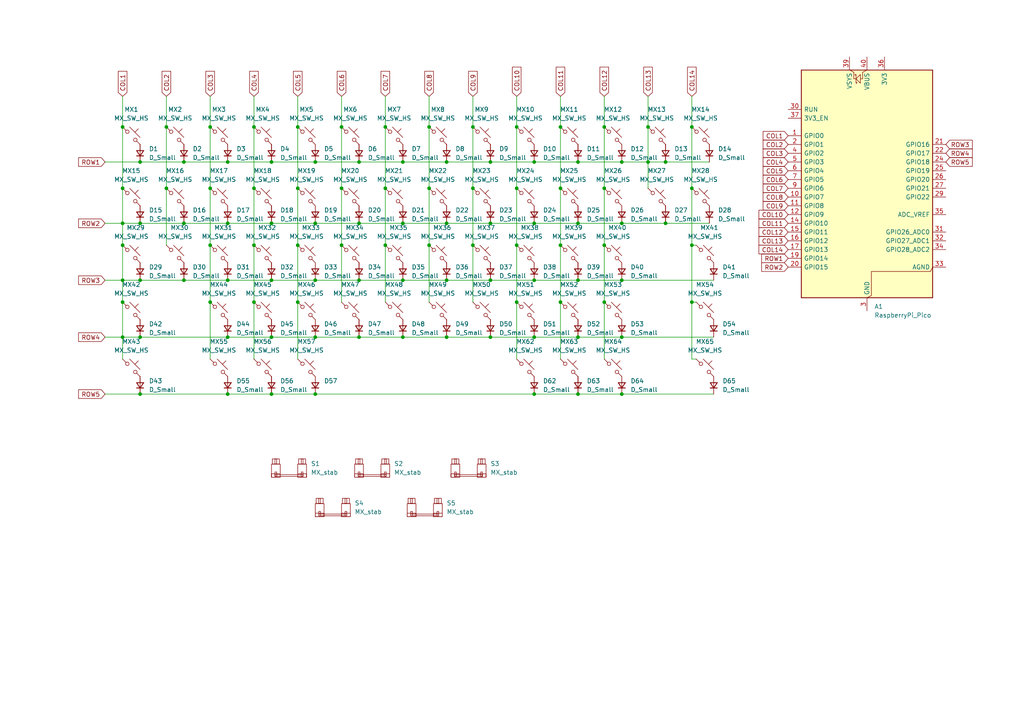
<source format=kicad_sch>
(kicad_sch (version 20250114) (generator "eeschema") (generator_version "9.0")
  (paper "A4")
  (junction (at 60.96 87.63))
  (junction (at 167.64 64.77))
  (junction (at 111.76 54.61))
  (junction (at 116.84 97.79))
  (junction (at 193.04 46.99))
  (junction (at 104.14 97.79))
  (junction (at 53.34 81.28))
  (junction (at 129.54 97.79))
  (junction (at 40.64 114.3))
  (junction (at 200.66 54.61))
  (junction (at 200.66 36.83))
  (junction (at 142.24 97.79))
  (junction (at 86.36 36.83))
  (junction (at 91.44 81.28))
  (junction (at 129.54 46.99))
  (junction (at 149.86 36.83))
  (junction (at 116.84 64.77))
  (junction (at 116.84 46.99))
  (junction (at 78.74 81.28))
  (junction (at 154.94 114.3))
  (junction (at 129.54 81.28))
  (junction (at 154.94 64.77))
  (junction (at 40.64 97.79))
  (junction (at 66.04 81.28))
  (junction (at 154.94 97.79))
  (junction (at 142.24 64.77))
  (junction (at 78.74 114.3))
  (junction (at 60.96 71.12))
  (junction (at 40.64 64.77))
  (junction (at 104.14 46.99))
  (junction (at 73.66 87.63))
  (junction (at 124.46 36.83))
  (junction (at 66.04 64.77))
  (junction (at 167.64 81.28))
  (junction (at 35.56 81.28))
  (junction (at 35.56 54.61))
  (junction (at 193.04 64.77))
  (junction (at 187.96 36.83))
  (junction (at 162.56 36.83))
  (junction (at 180.34 64.77))
  (junction (at 91.44 97.79))
  (junction (at 35.56 97.79))
  (junction (at 149.86 54.61))
  (junction (at 111.76 36.83))
  (junction (at 40.64 46.99))
  (junction (at 142.24 81.28))
  (junction (at 149.86 87.63))
  (junction (at 187.96 46.99))
  (junction (at 86.36 54.61))
  (junction (at 66.04 114.3))
  (junction (at 154.94 46.99))
  (junction (at 111.76 71.12))
  (junction (at 60.96 36.83))
  (junction (at 66.04 97.79))
  (junction (at 104.14 64.77))
  (junction (at 53.34 64.77))
  (junction (at 175.26 71.12))
  (junction (at 91.44 64.77))
  (junction (at 180.34 81.28))
  (junction (at 137.16 36.83))
  (junction (at 137.16 54.61))
  (junction (at 104.14 81.28))
  (junction (at 86.36 71.12))
  (junction (at 200.66 87.63))
  (junction (at 99.06 71.12))
  (junction (at 175.26 36.83))
  (junction (at 167.64 114.3))
  (junction (at 116.84 81.28))
  (junction (at 167.64 97.79))
  (junction (at 35.56 71.12))
  (junction (at 78.74 64.77))
  (junction (at 99.06 54.61))
  (junction (at 180.34 114.3))
  (junction (at 91.44 114.3))
  (junction (at 60.96 54.61))
  (junction (at 66.04 46.99))
  (junction (at 180.34 46.99))
  (junction (at 91.44 46.99))
  (junction (at 48.26 36.83))
  (junction (at 86.36 87.63))
  (junction (at 175.26 54.61))
  (junction (at 53.34 46.99))
  (junction (at 180.34 97.79))
  (junction (at 35.56 64.77))
  (junction (at 137.16 71.12))
  (junction (at 124.46 54.61))
  (junction (at 149.86 71.12))
  (junction (at 167.64 46.99))
  (junction (at 99.06 36.83))
  (junction (at 124.46 71.12))
  (junction (at 73.66 54.61))
  (junction (at 35.56 87.63))
  (junction (at 162.56 87.63))
  (junction (at 129.54 64.77))
  (junction (at 162.56 71.12))
  (junction (at 48.26 54.61))
  (junction (at 73.66 36.83))
  (junction (at 154.94 81.28))
  (junction (at 142.24 46.99))
  (junction (at 73.66 71.12))
  (junction (at 175.26 87.63))
  (junction (at 35.56 36.83))
  (junction (at 162.56 54.61))
  (junction (at 200.66 71.12))
  (junction (at 78.74 46.99))
  (junction (at 78.74 97.79))
  (junction (at 40.64 81.28))
  (wire (pts (xy 175.26 54.61) (xy 175.26 71.12)))
  (wire (pts (xy 129.54 46.99) (xy 142.24 46.99)))
  (wire (pts (xy 180.34 114.3) (xy 207.01 114.3)))
  (wire (pts (xy 86.36 54.61) (xy 86.36 71.12)))
  (wire (pts (xy 187.96 46.99) (xy 187.96 36.83)))
  (wire (pts (xy 91.44 46.99) (xy 104.14 46.99)))
  (wire (pts (xy 35.56 54.61) (xy 35.56 64.77)))
  (wire (pts (xy 149.86 27.94) (xy 149.86 36.83)))
  (wire (pts (xy 180.34 97.79) (xy 207.01 97.79)))
  (wire (pts (xy 149.86 36.83) (xy 149.86 54.61)))
  (wire (pts (xy 99.06 27.94) (xy 99.06 36.83)))
  (wire (pts (xy 60.96 27.94) (xy 60.96 36.83)))
  (wire (pts (xy 60.96 87.63) (xy 60.96 104.14)))
  (wire (pts (xy 142.24 46.99) (xy 154.94 46.99)))
  (wire (pts (xy 35.56 87.63) (xy 35.56 97.79)))
  (wire (pts (xy 111.76 54.61) (xy 111.76 71.12)))
  (wire (pts (xy 167.64 114.3) (xy 180.34 114.3)))
  (wire (pts (xy 154.94 64.77) (xy 167.64 64.77)))
  (wire (pts (xy 35.56 27.94) (xy 35.56 36.83)))
  (wire (pts (xy 40.64 64.77) (xy 53.34 64.77)))
  (wire (pts (xy 91.44 81.28) (xy 104.14 81.28)))
  (wire (pts (xy 137.16 54.61) (xy 137.16 71.12)))
  (wire (pts (xy 142.24 81.28) (xy 154.94 81.28)))
  (wire (pts (xy 200.66 104.14) (xy 201.93 104.14)))
  (wire (pts (xy 104.14 81.28) (xy 116.84 81.28)))
  (wire (pts (xy 154.94 97.79) (xy 167.64 97.79)))
  (wire (pts (xy 60.96 71.12) (xy 60.96 87.63)))
  (wire (pts (xy 116.84 46.99) (xy 129.54 46.99)))
  (wire (pts (xy 78.74 81.28) (xy 91.44 81.28)))
  (wire (pts (xy 187.96 46.99) (xy 193.04 46.99)))
  (wire (pts (xy 149.86 71.12) (xy 149.86 87.63)))
  (wire (pts (xy 116.84 81.28) (xy 129.54 81.28)))
  (wire (pts (xy 78.74 46.99) (xy 91.44 46.99)))
  (wire (pts (xy 149.86 87.63) (xy 149.86 104.14)))
  (wire (pts (xy 124.46 36.83) (xy 124.46 54.61)))
  (wire (pts (xy 129.54 81.28) (xy 142.24 81.28)))
  (wire (pts (xy 104.14 97.79) (xy 116.84 97.79)))
  (wire (pts (xy 30.48 46.99) (xy 40.64 46.99)))
  (wire (pts (xy 104.14 46.99) (xy 116.84 46.99)))
  (wire (pts (xy 35.56 81.28) (xy 40.64 81.28)))
  (wire (pts (xy 154.94 46.99) (xy 167.64 46.99)))
  (wire (pts (xy 180.34 81.28) (xy 207.01 81.28)))
  (wire (pts (xy 30.48 114.3) (xy 40.64 114.3)))
  (wire (pts (xy 142.24 64.77) (xy 154.94 64.77)))
  (wire (pts (xy 30.48 81.28) (xy 35.56 81.28)))
  (wire (pts (xy 66.04 64.77) (xy 78.74 64.77)))
  (wire (pts (xy 129.54 97.79) (xy 142.24 97.79)))
  (wire (pts (xy 91.44 114.3) (xy 154.94 114.3)))
  (wire (pts (xy 167.64 64.77) (xy 180.34 64.77)))
  (wire (pts (xy 124.46 71.12) (xy 124.46 87.63)))
  (wire (pts (xy 99.06 36.83) (xy 99.06 54.61)))
  (wire (pts (xy 40.64 97.79) (xy 66.04 97.79)))
  (wire (pts (xy 137.16 36.83) (xy 137.16 54.61)))
  (wire (pts (xy 86.36 71.12) (xy 86.36 87.63)))
  (wire (pts (xy 35.56 97.79) (xy 35.56 104.14)))
  (wire (pts (xy 180.34 46.99) (xy 187.96 46.99)))
  (wire (pts (xy 66.04 46.99) (xy 78.74 46.99)))
  (wire (pts (xy 111.76 71.12) (xy 111.76 87.63)))
  (wire (pts (xy 73.66 71.12) (xy 73.66 87.63)))
  (wire (pts (xy 162.56 54.61) (xy 162.56 71.12)))
  (wire (pts (xy 91.44 97.79) (xy 104.14 97.79)))
  (wire (pts (xy 137.16 71.12) (xy 137.16 87.63)))
  (wire (pts (xy 40.64 46.99) (xy 53.34 46.99)))
  (wire (pts (xy 53.34 81.28) (xy 66.04 81.28)))
  (wire (pts (xy 162.56 71.12) (xy 162.56 87.63)))
  (wire (pts (xy 200.66 71.12) (xy 201.93 71.12)))
  (wire (pts (xy 35.56 81.28) (xy 35.56 87.63)))
  (wire (pts (xy 48.26 54.61) (xy 48.26 71.12)))
  (wire (pts (xy 175.26 87.63) (xy 175.26 104.14)))
  (wire (pts (xy 149.86 54.61) (xy 149.86 71.12)))
  (wire (pts (xy 142.24 97.79) (xy 154.94 97.79)))
  (wire (pts (xy 53.34 64.77) (xy 66.04 64.77)))
  (wire (pts (xy 200.66 54.61) (xy 200.66 71.12)))
  (wire (pts (xy 86.36 27.94) (xy 86.36 36.83)))
  (wire (pts (xy 116.84 64.77) (xy 129.54 64.77)))
  (wire (pts (xy 175.26 27.94) (xy 175.26 36.83)))
  (wire (pts (xy 200.66 27.94) (xy 200.66 36.83)))
  (wire (pts (xy 78.74 97.79) (xy 91.44 97.79)))
  (wire (pts (xy 40.64 81.28) (xy 53.34 81.28)))
  (wire (pts (xy 66.04 114.3) (xy 78.74 114.3)))
  (wire (pts (xy 187.96 46.99) (xy 187.96 54.61)))
  (wire (pts (xy 35.56 36.83) (xy 35.56 54.61)))
  (wire (pts (xy 193.04 64.77) (xy 205.74 64.77)))
  (wire (pts (xy 175.26 36.83) (xy 175.26 54.61)))
  (wire (pts (xy 193.04 46.99) (xy 205.74 46.99)))
  (wire (pts (xy 66.04 81.28) (xy 78.74 81.28)))
  (wire (pts (xy 124.46 27.94) (xy 124.46 36.83)))
  (wire (pts (xy 73.66 27.94) (xy 73.66 36.83)))
  (wire (pts (xy 60.96 54.61) (xy 60.96 71.12)))
  (wire (pts (xy 124.46 54.61) (xy 124.46 71.12)))
  (wire (pts (xy 86.36 87.63) (xy 86.36 104.14)))
  (wire (pts (xy 200.66 36.83) (xy 200.66 54.61)))
  (wire (pts (xy 73.66 87.63) (xy 73.66 104.14)))
  (wire (pts (xy 40.64 114.3) (xy 66.04 114.3)))
  (wire (pts (xy 200.66 87.63) (xy 201.93 87.63)))
  (wire (pts (xy 167.64 81.28) (xy 180.34 81.28)))
  (wire (pts (xy 154.94 114.3) (xy 167.64 114.3)))
  (wire (pts (xy 66.04 97.79) (xy 78.74 97.79)))
  (wire (pts (xy 73.66 36.83) (xy 73.66 54.61)))
  (wire (pts (xy 99.06 71.12) (xy 99.06 87.63)))
  (wire (pts (xy 35.56 64.77) (xy 40.64 64.77)))
  (wire (pts (xy 99.06 54.61) (xy 99.06 71.12)))
  (wire (pts (xy 167.64 97.79) (xy 180.34 97.79)))
  (wire (pts (xy 180.34 64.77) (xy 193.04 64.77)))
  (wire (pts (xy 35.56 97.79) (xy 40.64 97.79)))
  (wire (pts (xy 78.74 64.77) (xy 91.44 64.77)))
  (wire (pts (xy 35.56 64.77) (xy 35.56 71.12)))
  (wire (pts (xy 200.66 71.12) (xy 200.66 87.63)))
  (wire (pts (xy 162.56 36.83) (xy 162.56 54.61)))
  (wire (pts (xy 35.56 71.12) (xy 35.56 81.28)))
  (wire (pts (xy 30.48 64.77) (xy 35.56 64.77)))
  (wire (pts (xy 162.56 27.94) (xy 162.56 36.83)))
  (wire (pts (xy 111.76 27.94) (xy 111.76 36.83)))
  (wire (pts (xy 116.84 97.79) (xy 129.54 97.79)))
  (wire (pts (xy 91.44 64.77) (xy 104.14 64.77)))
  (wire (pts (xy 187.96 27.94) (xy 187.96 36.83)))
  (wire (pts (xy 48.26 36.83) (xy 48.26 54.61)))
  (wire (pts (xy 48.26 27.94) (xy 48.26 36.83)))
  (wire (pts (xy 86.36 36.83) (xy 86.36 54.61)))
  (wire (pts (xy 78.74 114.3) (xy 91.44 114.3)))
  (wire (pts (xy 200.66 87.63) (xy 200.66 104.14)))
  (wire (pts (xy 154.94 81.28) (xy 167.64 81.28)))
  (wire (pts (xy 137.16 27.94) (xy 137.16 36.83)))
  (wire (pts (xy 104.14 64.77) (xy 116.84 64.77)))
  (wire (pts (xy 73.66 54.61) (xy 73.66 71.12)))
  (wire (pts (xy 30.48 97.79) (xy 35.56 97.79)))
  (wire (pts (xy 129.54 64.77) (xy 142.24 64.77)))
  (wire (pts (xy 167.64 46.99) (xy 180.34 46.99)))
  (wire (pts (xy 111.76 36.83) (xy 111.76 54.61)))
  (wire (pts (xy 53.34 46.99) (xy 66.04 46.99)))
  (wire (pts (xy 175.26 71.12) (xy 175.26 87.63)))
  (wire (pts (xy 60.96 36.83) (xy 60.96 54.61)))
  (wire (pts (xy 162.56 87.63) (xy 162.56 104.14)))
  (global_label "ROW2" (shape input) (at 228.6 77.47 180) (property "Intersheetrefs" "${INTERSHEET_REFS}" (effects (hide yes))))
  (global_label "ROW3" (shape input) (at 30.48 81.28 180) (property "Intersheetrefs" "${INTERSHEET_REFS}" (effects (hide yes))))
  (global_label "ROW1" (shape input) (at 30.48 46.99 180) (property "Intersheetrefs" "${INTERSHEET_REFS}" (effects (hide yes))))
  (global_label "COL14" (shape input) (at 200.66 27.94 90) (property "Intersheetrefs" "${INTERSHEET_REFS}" (effects (hide yes))))
  (global_label "COL11" (shape input) (at 228.6 64.77 180) (property "Intersheetrefs" "${INTERSHEET_REFS}" (effects (hide yes))))
  (global_label "COL8" (shape input) (at 228.6 57.15 180) (property "Intersheetrefs" "${INTERSHEET_REFS}" (effects (hide yes))))
  (global_label "COL5" (shape input) (at 86.36 27.94 90) (property "Intersheetrefs" "${INTERSHEET_REFS}" (effects (hide yes))))
  (global_label "COL2" (shape input) (at 228.6 41.91 180) (property "Intersheetrefs" "${INTERSHEET_REFS}" (effects (hide yes))))
  (global_label "COL12" (shape input) (at 228.6 67.31 180) (property "Intersheetrefs" "${INTERSHEET_REFS}" (effects (hide yes))))
  (global_label "COL6" (shape input) (at 99.06 27.94 90) (property "Intersheetrefs" "${INTERSHEET_REFS}" (effects (hide yes))))
  (global_label "COL14" (shape input) (at 228.6 72.39 180) (property "Intersheetrefs" "${INTERSHEET_REFS}" (effects (hide yes))))
  (global_label "COL4" (shape input) (at 228.6 46.99 180) (property "Intersheetrefs" "${INTERSHEET_REFS}" (effects (hide yes))))
  (global_label "COL9" (shape input) (at 137.16 27.94 90) (property "Intersheetrefs" "${INTERSHEET_REFS}" (effects (hide yes))))
  (global_label "ROW3" (shape input) (at 274.32 41.91 0) (property "Intersheetrefs" "${INTERSHEET_REFS}" (effects (hide yes))))
  (global_label "COL3" (shape input) (at 60.96 27.94 90) (property "Intersheetrefs" "${INTERSHEET_REFS}" (effects (hide yes))))
  (global_label "COL6" (shape input) (at 228.6 52.07 180) (property "Intersheetrefs" "${INTERSHEET_REFS}" (effects (hide yes))))
  (global_label "COL2" (shape input) (at 48.26 27.94 90) (property "Intersheetrefs" "${INTERSHEET_REFS}" (effects (hide yes))))
  (global_label "COL8" (shape input) (at 124.46 27.94 90) (property "Intersheetrefs" "${INTERSHEET_REFS}" (effects (hide yes))))
  (global_label "COL10" (shape input) (at 228.6 62.23 180) (property "Intersheetrefs" "${INTERSHEET_REFS}" (effects (hide yes))))
  (global_label "COL3" (shape input) (at 228.6 44.45 180) (property "Intersheetrefs" "${INTERSHEET_REFS}" (effects (hide yes))))
  (global_label "COL7" (shape input) (at 228.6 54.61 180) (property "Intersheetrefs" "${INTERSHEET_REFS}" (effects (hide yes))))
  (global_label "COL13" (shape input) (at 228.6 69.85 180) (property "Intersheetrefs" "${INTERSHEET_REFS}" (effects (hide yes))))
  (global_label "COL5" (shape input) (at 228.6 49.53 180) (property "Intersheetrefs" "${INTERSHEET_REFS}" (effects (hide yes))))
  (global_label "COL1" (shape input) (at 228.6 39.37 180) (property "Intersheetrefs" "${INTERSHEET_REFS}" (effects (hide yes))))
  (global_label "ROW2" (shape input) (at 30.48 64.77 180) (property "Intersheetrefs" "${INTERSHEET_REFS}" (effects (hide yes))))
  (global_label "ROW5" (shape input) (at 30.48 114.3 180) (property "Intersheetrefs" "${INTERSHEET_REFS}" (effects (hide yes))))
  (global_label "COL1" (shape input) (at 35.56 27.94 90) (property "Intersheetrefs" "${INTERSHEET_REFS}" (effects (hide yes))))
  (global_label "ROW4" (shape input) (at 274.32 44.45 0) (property "Intersheetrefs" "${INTERSHEET_REFS}" (effects (hide yes))))
  (global_label "COL10" (shape input) (at 149.86 27.94 90) (property "Intersheetrefs" "${INTERSHEET_REFS}" (effects (hide yes))))
  (global_label "COL13" (shape input) (at 187.96 27.94 90) (property "Intersheetrefs" "${INTERSHEET_REFS}" (effects (hide yes))))
  (global_label "COL9" (shape input) (at 228.6 59.69 180) (property "Intersheetrefs" "${INTERSHEET_REFS}" (effects (hide yes))))
  (global_label "COL4" (shape input) (at 73.66 27.94 90) (property "Intersheetrefs" "${INTERSHEET_REFS}" (effects (hide yes))))
  (global_label "ROW4" (shape input) (at 30.48 97.79 180) (property "Intersheetrefs" "${INTERSHEET_REFS}" (effects (hide yes))))
  (global_label "COL7" (shape input) (at 111.76 27.94 90) (property "Intersheetrefs" "${INTERSHEET_REFS}" (effects (hide yes))))
  (global_label "COL12" (shape input) (at 175.26 27.94 90) (property "Intersheetrefs" "${INTERSHEET_REFS}" (effects (hide yes))))
  (global_label "ROW5" (shape input) (at 274.32 46.99 0) (property "Intersheetrefs" "${INTERSHEET_REFS}" (effects (hide yes))))
  (global_label "COL11" (shape input) (at 162.56 27.94 90) (property "Intersheetrefs" "${INTERSHEET_REFS}" (effects (hide yes))))
  (global_label "ROW1" (shape input) (at 228.6 74.93 180) (property "Intersheetrefs" "${INTERSHEET_REFS}" (effects (hide yes))))
  (symbol (lib_id "Device:D_Small") (at 40.64 95.25 90) (unit 1)
    (property "Reference" "D42" (at 43.18 93.9799 90) (effects (justify right)))
    (property "Value" "D_Small" (at 43.18 96.5199 90) (effects (justify right)))
    (property "Footprint" "Diode_SMD:D_SOD-123" (effects (hide yes)))
    (property "Description" "Diode, small symbol" (effects (hide yes)))
    (property "Sim.Device" "D" (effects (hide yes)))
    (property "Sim.Pins" "1=K 2=A" (effects (hide yes)))
  )
  (symbol (lib_id "Device:D_Small") (at 180.34 62.23 90) (unit 1)
    (property "Reference" "D26" (at 182.88 60.9599 90) (effects (justify right)))
    (property "Value" "D_Small" (at 182.88 63.4999 90) (effects (justify right)))
    (property "Footprint" "Diode_SMD:D_SOD-123" (effects (hide yes)))
    (property "Description" "Diode, small symbol" (effects (hide yes)))
    (property "Sim.Device" "D" (effects (hide yes)))
    (property "Sim.Pins" "1=K 2=A" (effects (hide yes)))
  )
  (symbol (lib_id "PCM_marbastlib-mx:MX_SW_HS_CPG151101S11") (at 127 73.66 0) (unit 1)
    (property "Reference" "MX36" (at 128.27 66.04 0))
    (property "Value" "MX_SW_HS" (at 127 68.58 0))
    (property "Footprint" "PCM_marbastlib-mx:SW_MX_HS_CPG151101S11_1u" (effects (hide yes)))
    (property "Description" "Push button switch, normally open, two pins, 45° tilted, Kailh CPG151101S11 for Cherry MX style switches" (effects (hide yes)))
  )
  (symbol (lib_id "PCM_marbastlib-mx:MX_SW_HS_CPG151101S11") (at 50.8 73.66 0) (unit 1)
    (property "Reference" "MX30" (at 52.07 66.04 0))
    (property "Value" "MX_SW_HS" (at 50.8 68.58 0))
    (property "Footprint" "PCM_marbastlib-mx:SW_MX_HS_CPG151101S11_1u" (effects (hide yes)))
    (property "Description" "Push button switch, normally open, two pins, 45° tilted, Kailh CPG151101S11 for Cherry MX style switches" (effects (hide yes)))
  )
  (symbol (lib_id "Device:D_Small") (at 91.44 78.74 90) (unit 1)
    (property "Reference" "D33" (at 93.98 77.4699 90) (effects (justify right)))
    (property "Value" "D_Small" (at 93.98 80.0099 90) (effects (justify right)))
    (property "Footprint" "Diode_SMD:D_SOD-123" (effects (hide yes)))
    (property "Description" "Diode, small symbol" (effects (hide yes)))
    (property "Sim.Device" "D" (effects (hide yes)))
    (property "Sim.Pins" "1=K 2=A" (effects (hide yes)))
  )
  (symbol (lib_id "Device:D_Small") (at 129.54 62.23 90) (unit 1)
    (property "Reference" "D22" (at 132.08 60.9599 90) (effects (justify right)))
    (property "Value" "D_Small" (at 132.08 63.4999 90) (effects (justify right)))
    (property "Footprint" "Diode_SMD:D_SOD-123" (effects (hide yes)))
    (property "Description" "Diode, small symbol" (effects (hide yes)))
    (property "Sim.Device" "D" (effects (hide yes)))
    (property "Sim.Pins" "1=K 2=A" (effects (hide yes)))
  )
  (symbol (lib_id "Device:D_Small") (at 129.54 78.74 90) (unit 1)
    (property "Reference" "D36" (at 132.08 77.4699 90) (effects (justify right)))
    (property "Value" "D_Small" (at 132.08 80.0099 90) (effects (justify right)))
    (property "Footprint" "Diode_SMD:D_SOD-123" (effects (hide yes)))
    (property "Description" "Diode, small symbol" (effects (hide yes)))
    (property "Sim.Device" "D" (effects (hide yes)))
    (property "Sim.Pins" "1=K 2=A" (effects (hide yes)))
  )
  (symbol (lib_id "PCM_marbastlib-mx:MX_SW_HS_CPG151101S11") (at 76.2 39.37 0) (unit 1)
    (property "Reference" "MX4" (at 76.2 31.75 0))
    (property "Value" "MX_SW_HS" (at 76.2 34.29 0))
    (property "Footprint" "PCM_marbastlib-mx:SW_MX_HS_CPG151101S11_1u" (effects (hide yes)))
    (property "Description" "Push button switch, normally open, two pins, 45° tilted, Kailh CPG151101S11 for Cherry MX style switches" (effects (hide yes)))
  )
  (symbol (lib_id "PCM_marbastlib-mx:MX_SW_HS_CPG151101S11") (at 204.47 73.66 0) (unit 1)
    (property "Reference" "MX41" (at 205.74 66.04 0))
    (property "Value" "MX_SW_HS" (at 204.47 68.58 0))
    (property "Footprint" "PCM_marbastlib-mx:SW_MX_HS_CPG151101S11_1u" (effects (hide yes)))
    (property "Description" "Push button switch, normally open, two pins, 45° tilted, Kailh CPG151101S11 for Cherry MX style switches" (effects (hide yes)))
  )
  (symbol (lib_id "PCM_marbastlib-mx:MX_SW_HS_CPG151101S11") (at 127 39.37 0) (unit 1)
    (property "Reference" "MX8" (at 127 31.75 0))
    (property "Value" "MX_SW_HS" (at 127 34.29 0))
    (property "Footprint" "PCM_marbastlib-mx:SW_MX_HS_CPG151101S11_1u" (effects (hide yes)))
    (property "Description" "Push button switch, normally open, two pins, 45° tilted, Kailh CPG151101S11 for Cherry MX style switches" (effects (hide yes)))
  )
  (symbol (lib_id "PCM_marbastlib-mx:MX_SW_HS_CPG151101S11") (at 177.8 57.15 0) (unit 1)
    (property "Reference" "MX26" (at 177.8 49.53 0))
    (property "Value" "MX_SW_HS" (at 177.8 52.07 0))
    (property "Footprint" "PCM_marbastlib-mx:SW_MX_HS_CPG151101S11_1u" (effects (hide yes)))
    (property "Description" "Push button switch, normally open, two pins, 45° tilted, Kailh CPG151101S11 for Cherry MX style switches" (effects (hide yes)))
  )
  (symbol (lib_id "Device:D_Small") (at 205.74 62.23 90) (unit 1)
    (property "Reference" "D28" (at 208.28 60.9599 90) (effects (justify right)))
    (property "Value" "D_Small" (at 208.28 63.4999 90) (effects (justify right)))
    (property "Footprint" "Diode_SMD:D_SOD-123" (effects (hide yes)))
    (property "Description" "Diode, small symbol" (effects (hide yes)))
    (property "Sim.Device" "D" (effects (hide yes)))
    (property "Sim.Pins" "1=K 2=A" (effects (hide yes)))
  )
  (symbol (lib_id "Device:D_Small") (at 142.24 44.45 90) (unit 1)
    (property "Reference" "D9" (at 144.78 43.1799 90) (effects (justify right)))
    (property "Value" "D_Small" (at 144.78 45.7199 90) (effects (justify right)))
    (property "Footprint" "Diode_SMD:D_SOD-123" (effects (hide yes)))
    (property "Description" "Diode, small symbol" (effects (hide yes)))
    (property "Sim.Device" "D" (effects (hide yes)))
    (property "Sim.Pins" "1=K 2=A" (effects (hide yes)))
  )
  (symbol (lib_id "PCM_marbastlib-mx:MX_SW_HS_CPG151101S11") (at 139.7 90.17 0) (unit 1)
    (property "Reference" "MX50" (at 139.7 82.55 0))
    (property "Value" "MX_SW_HS" (at 139.7 85.09 0))
    (property "Footprint" "PCM_marbastlib-mx:SW_MX_HS_CPG151101S11_1u" (effects (hide yes)))
    (property "Description" "Push button switch, normally open, two pins, 45° tilted, Kailh CPG151101S11 for Cherry MX style switches" (effects (hide yes)))
  )
  (symbol (lib_id "PCM_marbastlib-mx:MX_SW_HS_CPG151101S11") (at 152.4 106.68 0) (unit 1)
    (property "Reference" "MX62" (at 152.4 99.06 0))
    (property "Value" "MX_SW_HS" (at 152.4 101.6 0))
    (property "Footprint" "PCM_marbastlib-mx:SW_MX_HS_CPG151101S11_1.25u" (effects (hide yes)))
    (property "Description" "Push button switch, normally open, two pins, 45° tilted, Kailh CPG151101S11 for Cherry MX style switches" (effects (hide yes)))
  )
  (symbol (lib_id "PCM_marbastlib-mx:MX_SW_HS_CPG151101S11") (at 76.2 73.66 0) (unit 1)
    (property "Reference" "MX32" (at 77.47 66.04 0))
    (property "Value" "MX_SW_HS" (at 76.2 68.58 0))
    (property "Footprint" "PCM_marbastlib-mx:SW_MX_HS_CPG151101S11_1u" (effects (hide yes)))
    (property "Description" "Push button switch, normally open, two pins, 45° tilted, Kailh CPG151101S11 for Cherry MX style switches" (effects (hide yes)))
  )
  (symbol (lib_id "Device:D_Small") (at 167.64 62.23 90) (unit 1)
    (property "Reference" "D25" (at 170.18 60.9599 90) (effects (justify right)))
    (property "Value" "D_Small" (at 170.18 63.4999 90) (effects (justify right)))
    (property "Footprint" "Diode_SMD:D_SOD-123" (effects (hide yes)))
    (property "Description" "Diode, small symbol" (effects (hide yes)))
    (property "Sim.Device" "D" (effects (hide yes)))
    (property "Sim.Pins" "1=K 2=A" (effects (hide yes)))
  )
  (symbol (lib_id "Device:D_Small") (at 104.14 62.23 90) (unit 1)
    (property "Reference" "D20" (at 106.68 60.9599 90) (effects (justify right)))
    (property "Value" "D_Small" (at 106.68 63.4999 90) (effects (justify right)))
    (property "Footprint" "Diode_SMD:D_SOD-123" (effects (hide yes)))
    (property "Description" "Diode, small symbol" (effects (hide yes)))
    (property "Sim.Device" "D" (effects (hide yes)))
    (property "Sim.Pins" "1=K 2=A" (effects (hide yes)))
  )
  (symbol (lib_id "Device:D_Small") (at 167.64 95.25 90) (unit 1)
    (property "Reference" "D52" (at 170.18 93.9799 90) (effects (justify right)))
    (property "Value" "D_Small" (at 170.18 96.5199 90) (effects (justify right)))
    (property "Footprint" "Diode_SMD:D_SOD-123" (effects (hide yes)))
    (property "Description" "Diode, small symbol" (effects (hide yes)))
    (property "Sim.Device" "D" (effects (hide yes)))
    (property "Sim.Pins" "1=K 2=A" (effects (hide yes)))
  )
  (symbol (lib_id "Device:D_Small") (at 66.04 111.76 90) (unit 1)
    (property "Reference" "D55" (at 68.58 110.4899 90) (effects (justify right)))
    (property "Value" "D_Small" (at 68.58 113.0299 90) (effects (justify right)))
    (property "Footprint" "Diode_SMD:D_SOD-123" (effects (hide yes)))
    (property "Description" "Diode, small symbol" (effects (hide yes)))
    (property "Sim.Device" "D" (effects (hide yes)))
    (property "Sim.Pins" "1=K 2=A" (effects (hide yes)))
  )
  (symbol (lib_id "PCM_marbastlib-mx:MX_SW_HS_CPG151101S11") (at 165.1 90.17 0) (unit 1)
    (property "Reference" "MX52" (at 165.1 82.55 0))
    (property "Value" "MX_SW_HS" (at 165.1 85.09 0))
    (property "Footprint" "PCM_marbastlib-mx:SW_MX_HS_CPG151101S11_1u" (effects (hide yes)))
    (property "Description" "Push button switch, normally open, two pins, 45° tilted, Kailh CPG151101S11 for Cherry MX style switches" (effects (hide yes)))
  )
  (symbol (lib_id "PCM_marbastlib-mx:MX_SW_HS_CPG151101S11") (at 190.5 39.37 0) (unit 1)
    (property "Reference" "MX13" (at 190.5 31.75 0))
    (property "Value" "MX_SW_HS" (at 190.5 34.29 0))
    (property "Footprint" "PCM_marbastlib-mx:SW_MX_HS_CPG151101S11_1u" (effects (hide yes)))
    (property "Description" "Push button switch, normally open, two pins, 45° tilted, Kailh CPG151101S11 for Cherry MX style switches" (effects (hide yes)))
  )
  (symbol (lib_id "PCM_marbastlib-mx:MX_SW_HS_CPG151101S11") (at 50.8 57.15 0) (unit 1)
    (property "Reference" "MX16" (at 50.8 49.53 0))
    (property "Value" "MX_SW_HS" (at 50.8 52.07 0))
    (property "Footprint" "PCM_marbastlib-mx:SW_MX_HS_CPG151101S11_1u" (effects (hide yes)))
    (property "Description" "Push button switch, normally open, two pins, 45° tilted, Kailh CPG151101S11 for Cherry MX style switches" (effects (hide yes)))
  )
  (symbol (lib_id "PCM_marbastlib-mx:MX_SW_HS_CPG151101S11") (at 101.6 73.66 0) (unit 1)
    (property "Reference" "MX34" (at 102.87 66.04 0))
    (property "Value" "MX_SW_HS" (at 101.6 68.58 0))
    (property "Footprint" "PCM_marbastlib-mx:SW_MX_HS_CPG151101S11_1u" (effects (hide yes)))
    (property "Description" "Push button switch, normally open, two pins, 45° tilted, Kailh CPG151101S11 for Cherry MX style switches" (effects (hide yes)))
  )
  (symbol (lib_id "Device:D_Small") (at 53.34 78.74 90) (unit 1)
    (property "Reference" "D30" (at 55.88 77.4699 90) (effects (justify right)))
    (property "Value" "D_Small" (at 55.88 80.0099 90) (effects (justify right)))
    (property "Footprint" "Diode_SMD:D_SOD-123" (effects (hide yes)))
    (property "Description" "Diode, small symbol" (effects (hide yes)))
    (property "Sim.Device" "D" (effects (hide yes)))
    (property "Sim.Pins" "1=K 2=A" (effects (hide yes)))
  )
  (symbol (lib_id "PCM_marbastlib-mx:MX_SW_HS_CPG151101S11") (at 139.7 39.37 0) (unit 1)
    (property "Reference" "MX9" (at 139.7 31.75 0))
    (property "Value" "MX_SW_HS" (at 139.7 34.29 0))
    (property "Footprint" "PCM_marbastlib-mx:SW_MX_HS_CPG151101S11_1u" (effects (hide yes)))
    (property "Description" "Push button switch, normally open, two pins, 45° tilted, Kailh CPG151101S11 for Cherry MX style switches" (effects (hide yes)))
  )
  (symbol (lib_id "PCM_marbastlib-mx:MX_SW_HS_CPG151101S11") (at 203.2 39.37 0) (unit 1)
    (property "Reference" "MX14" (at 203.2 31.75 0))
    (property "Value" "MX_SW_HS" (at 203.2 34.29 0))
    (property "Footprint" "PCM_marbastlib-mx:SW_MX_HS_CPG151101S11_1u" (effects (hide yes)))
    (property "Description" "Push button switch, normally open, two pins, 45° tilted, Kailh CPG151101S11 for Cherry MX style switches" (effects (hide yes)))
  )
  (symbol (lib_id "Device:D_Small") (at 78.74 111.76 90) (unit 1)
    (property "Reference" "D56" (at 81.28 110.4899 90) (effects (justify right)))
    (property "Value" "D_Small" (at 81.28 113.0299 90) (effects (justify right)))
    (property "Footprint" "Diode_SMD:D_SOD-123" (effects (hide yes)))
    (property "Description" "Diode, small symbol" (effects (hide yes)))
    (property "Sim.Device" "D" (effects (hide yes)))
    (property "Sim.Pins" "1=K 2=A" (effects (hide yes)))
  )
  (symbol (lib_id "PCM_marbastlib-mx:MX_stab") (at 123.19 147.32 0) (unit 1)
    (property "Reference" "S5" (at 129.54 145.9229 0) (effects (justify left)))
    (property "Value" "MX_stab" (at 129.54 148.4629 0) (effects (justify left)))
    (property "Footprint" "PCM_marbastlib-mx:STAB_MX_P_6.25u" (effects (hide yes)))
    (property "Description" "Cherry MX-style stabilizer" (effects (hide yes)))
  )
  (symbol (lib_id "Device:D_Small") (at 193.04 62.23 90) (unit 1)
    (property "Reference" "D27" (at 195.58 60.9599 90) (effects (justify right)))
    (property "Value" "D_Small" (at 195.58 63.4999 90) (effects (justify right)))
    (property "Footprint" "Diode_SMD:D_SOD-123" (effects (hide yes)))
    (property "Description" "Diode, small symbol" (effects (hide yes)))
    (property "Sim.Device" "D" (effects (hide yes)))
    (property "Sim.Pins" "1=K 2=A" (effects (hide yes)))
  )
  (symbol (lib_id "Device:D_Small") (at 91.44 44.45 90) (unit 1)
    (property "Reference" "D5" (at 93.98 43.1799 90) (effects (justify right)))
    (property "Value" "D_Small" (at 93.98 45.7199 90) (effects (justify right)))
    (property "Footprint" "Diode_SMD:D_SOD-123" (effects (hide yes)))
    (property "Description" "Diode, small symbol" (effects (hide yes)))
    (property "Sim.Device" "D" (effects (hide yes)))
    (property "Sim.Pins" "1=K 2=A" (effects (hide yes)))
  )
  (symbol (lib_id "PCM_marbastlib-mx:MX_SW_HS_CPG151101S11") (at 101.6 39.37 0) (unit 1)
    (property "Reference" "MX6" (at 101.6 31.75 0))
    (property "Value" "MX_SW_HS" (at 101.6 34.29 0))
    (property "Footprint" "PCM_marbastlib-mx:SW_MX_HS_CPG151101S11_1u" (effects (hide yes)))
    (property "Description" "Push button switch, normally open, two pins, 45° tilted, Kailh CPG151101S11 for Cherry MX style switches" (effects (hide yes)))
  )
  (symbol (lib_id "Device:D_Small") (at 180.34 95.25 90) (unit 1)
    (property "Reference" "D53" (at 182.88 93.9799 90) (effects (justify right)))
    (property "Value" "D_Small" (at 182.88 96.5199 90) (effects (justify right)))
    (property "Footprint" "Diode_SMD:D_SOD-123" (effects (hide yes)))
    (property "Description" "Diode, small symbol" (effects (hide yes)))
    (property "Sim.Device" "D" (effects (hide yes)))
    (property "Sim.Pins" "1=K 2=A" (effects (hide yes)))
  )
  (symbol (lib_id "PCM_marbastlib-mx:MX_SW_HS_CPG151101S11") (at 38.1 73.66 0) (unit 1)
    (property "Reference" "MX29" (at 39.37 66.04 0))
    (property "Value" "MX_SW_HS" (at 38.1 68.58 0))
    (property "Footprint" "PCM_marbastlib-mx:SW_MX_HS_CPG151101S11_1.75u" (effects (hide yes)))
    (property "Description" "Push button switch, normally open, two pins, 45° tilted, Kailh CPG151101S11 for Cherry MX style switches" (effects (hide yes)))
  )
  (symbol (lib_id "Device:D_Small") (at 207.01 78.74 90) (unit 1)
    (property "Reference" "D41" (at 209.55 77.4699 90) (effects (justify right)))
    (property "Value" "D_Small" (at 209.55 80.0099 90) (effects (justify right)))
    (property "Footprint" "Diode_SMD:D_SOD-123" (effects (hide yes)))
    (property "Description" "Diode, small symbol" (effects (hide yes)))
    (property "Sim.Device" "D" (effects (hide yes)))
    (property "Sim.Pins" "1=K 2=A" (effects (hide yes)))
  )
  (symbol (lib_id "Device:D_Small") (at 154.94 111.76 90) (unit 1)
    (property "Reference" "D62" (at 157.48 110.4899 90) (effects (justify right)))
    (property "Value" "D_Small" (at 157.48 113.0299 90) (effects (justify right)))
    (property "Footprint" "Diode_SMD:D_SOD-123" (effects (hide yes)))
    (property "Description" "Diode, small symbol" (effects (hide yes)))
    (property "Sim.Device" "D" (effects (hide yes)))
    (property "Sim.Pins" "1=K 2=A" (effects (hide yes)))
  )
  (symbol (lib_id "Device:D_Small") (at 167.64 111.76 90) (unit 1)
    (property "Reference" "D63" (at 170.18 110.4899 90) (effects (justify right)))
    (property "Value" "D_Small" (at 170.18 113.0299 90) (effects (justify right)))
    (property "Footprint" "Diode_SMD:D_SOD-123" (effects (hide yes)))
    (property "Description" "Diode, small symbol" (effects (hide yes)))
    (property "Sim.Device" "D" (effects (hide yes)))
    (property "Sim.Pins" "1=K 2=A" (effects (hide yes)))
  )
  (symbol (lib_id "Device:D_Small") (at 142.24 78.74 90) (unit 1)
    (property "Reference" "D37" (at 144.78 77.4699 90) (effects (justify right)))
    (property "Value" "D_Small" (at 144.78 80.0099 90) (effects (justify right)))
    (property "Footprint" "Diode_SMD:D_SOD-123" (effects (hide yes)))
    (property "Description" "Diode, small symbol" (effects (hide yes)))
    (property "Sim.Device" "D" (effects (hide yes)))
    (property "Sim.Pins" "1=K 2=A" (effects (hide yes)))
  )
  (symbol (lib_id "PCM_marbastlib-mx:MX_SW_HS_CPG151101S11") (at 88.9 90.17 0) (unit 1)
    (property "Reference" "MX46" (at 88.9 82.55 0))
    (property "Value" "MX_SW_HS" (at 88.9 85.09 0))
    (property "Footprint" "PCM_marbastlib-mx:SW_MX_HS_CPG151101S11_1u" (effects (hide yes)))
    (property "Description" "Push button switch, normally open, two pins, 45° tilted, Kailh CPG151101S11 for Cherry MX style switches" (effects (hide yes)))
  )
  (symbol (lib_id "PCM_marbastlib-mx:MX_SW_HS_CPG151101S11") (at 76.2 57.15 0) (unit 1)
    (property "Reference" "MX18" (at 76.2 49.53 0))
    (property "Value" "MX_SW_HS" (at 76.2 52.07 0))
    (property "Footprint" "PCM_marbastlib-mx:SW_MX_HS_CPG151101S11_1u" (effects (hide yes)))
    (property "Description" "Push button switch, normally open, two pins, 45° tilted, Kailh CPG151101S11 for Cherry MX style switches" (effects (hide yes)))
  )
  (symbol (lib_id "Device:D_Small") (at 53.34 62.23 90) (unit 1)
    (property "Reference" "D16" (at 55.88 60.9599 90) (effects (justify right)))
    (property "Value" "D_Small" (at 55.88 63.4999 90) (effects (justify right)))
    (property "Footprint" "Diode_SMD:D_SOD-123" (effects (hide yes)))
    (property "Description" "Diode, small symbol" (effects (hide yes)))
    (property "Sim.Device" "D" (effects (hide yes)))
    (property "Sim.Pins" "1=K 2=A" (effects (hide yes)))
  )
  (symbol (lib_id "Device:D_Small") (at 78.74 95.25 90) (unit 1)
    (property "Reference" "D45" (at 81.28 93.9799 90) (effects (justify right)))
    (property "Value" "D_Small" (at 81.28 96.5199 90) (effects (justify right)))
    (property "Footprint" "Diode_SMD:D_SOD-123" (effects (hide yes)))
    (property "Description" "Diode, small symbol" (effects (hide yes)))
    (property "Sim.Device" "D" (effects (hide yes)))
    (property "Sim.Pins" "1=K 2=A" (effects (hide yes)))
  )
  (symbol (lib_id "Device:D_Small") (at 78.74 44.45 90) (unit 1)
    (property "Reference" "D4" (at 81.28 43.1799 90) (effects (justify right)))
    (property "Value" "D_Small" (at 81.28 45.7199 90) (effects (justify right)))
    (property "Footprint" "Diode_SMD:D_SOD-123" (effects (hide yes)))
    (property "Description" "Diode, small symbol" (effects (hide yes)))
    (property "Sim.Device" "D" (effects (hide yes)))
    (property "Sim.Pins" "1=K 2=A" (effects (hide yes)))
  )
  (symbol (lib_id "Device:D_Small") (at 154.94 62.23 90) (unit 1)
    (property "Reference" "D24" (at 157.48 60.9599 90) (effects (justify right)))
    (property "Value" "D_Small" (at 157.48 63.4999 90) (effects (justify right)))
    (property "Footprint" "Diode_SMD:D_SOD-123" (effects (hide yes)))
    (property "Description" "Diode, small symbol" (effects (hide yes)))
    (property "Sim.Device" "D" (effects (hide yes)))
    (property "Sim.Pins" "1=K 2=A" (effects (hide yes)))
  )
  (symbol (lib_id "PCM_marbastlib-mx:MX_SW_HS_CPG151101S11") (at 152.4 90.17 0) (unit 1)
    (property "Reference" "MX51" (at 152.4 82.55 0))
    (property "Value" "MX_SW_HS" (at 152.4 85.09 0))
    (property "Footprint" "PCM_marbastlib-mx:SW_MX_HS_CPG151101S11_1u" (effects (hide yes)))
    (property "Description" "Push button switch, normally open, two pins, 45° tilted, Kailh CPG151101S11 for Cherry MX style switches" (effects (hide yes)))
  )
  (symbol (lib_id "PCM_marbastlib-mx:MX_SW_HS_CPG151101S11") (at 63.5 106.68 0) (unit 1)
    (property "Reference" "MX55" (at 63.5 99.06 0))
    (property "Value" "MX_SW_HS" (at 63.5 101.6 0))
    (property "Footprint" "PCM_marbastlib-mx:SW_MX_HS_CPG151101S11_1.25u" (effects (hide yes)))
    (property "Description" "Push button switch, normally open, two pins, 45° tilted, Kailh CPG151101S11 for Cherry MX style switches" (effects (hide yes)))
  )
  (symbol (lib_id "Device:D_Small") (at 116.84 62.23 90) (unit 1)
    (property "Reference" "D21" (at 119.38 60.9599 90) (effects (justify right)))
    (property "Value" "D_Small" (at 119.38 63.4999 90) (effects (justify right)))
    (property "Footprint" "Diode_SMD:D_SOD-123" (effects (hide yes)))
    (property "Description" "Diode, small symbol" (effects (hide yes)))
    (property "Sim.Device" "D" (effects (hide yes)))
    (property "Sim.Pins" "1=K 2=A" (effects (hide yes)))
  )
  (symbol (lib_id "Device:D_Small") (at 207.01 95.25 90) (unit 1)
    (property "Reference" "D54" (at 209.55 93.9799 90) (effects (justify right)))
    (property "Value" "D_Small" (at 209.55 96.5199 90) (effects (justify right)))
    (property "Footprint" "Diode_SMD:D_SOD-123" (effects (hide yes)))
    (property "Description" "Diode, small symbol" (effects (hide yes)))
    (property "Sim.Device" "D" (effects (hide yes)))
    (property "Sim.Pins" "1=K 2=A" (effects (hide yes)))
  )
  (symbol (lib_id "Device:D_Small") (at 78.74 78.74 90) (unit 1)
    (property "Reference" "D32" (at 81.28 77.4699 90) (effects (justify right)))
    (property "Value" "D_Small" (at 81.28 80.0099 90) (effects (justify right)))
    (property "Footprint" "Diode_SMD:D_SOD-123" (effects (hide yes)))
    (property "Description" "Diode, small symbol" (effects (hide yes)))
    (property "Sim.Device" "D" (effects (hide yes)))
    (property "Sim.Pins" "1=K 2=A" (effects (hide yes)))
  )
  (symbol (lib_id "Device:D_Small") (at 167.64 78.74 90) (unit 1)
    (property "Reference" "D39" (at 170.18 77.4699 90) (effects (justify right)))
    (property "Value" "D_Small" (at 170.18 80.0099 90) (effects (justify right)))
    (property "Footprint" "Diode_SMD:D_SOD-123" (effects (hide yes)))
    (property "Description" "Diode, small symbol" (effects (hide yes)))
    (property "Sim.Device" "D" (effects (hide yes)))
    (property "Sim.Pins" "1=K 2=A" (effects (hide yes)))
  )
  (symbol (lib_id "PCM_marbastlib-mx:MX_SW_HS_CPG151101S11") (at 76.2 90.17 0) (unit 1)
    (property "Reference" "MX45" (at 76.2 82.55 0))
    (property "Value" "MX_SW_HS" (at 76.2 85.09 0))
    (property "Footprint" "PCM_marbastlib-mx:SW_MX_HS_CPG151101S11_1u" (effects (hide yes)))
    (property "Description" "Push button switch, normally open, two pins, 45° tilted, Kailh CPG151101S11 for Cherry MX style switches" (effects (hide yes)))
  )
  (symbol (lib_id "Device:D_Small") (at 167.64 44.45 90) (unit 1)
    (property "Reference" "D11" (at 170.18 43.1799 90) (effects (justify right)))
    (property "Value" "D_Small" (at 170.18 45.7199 90) (effects (justify right)))
    (property "Footprint" "Diode_SMD:D_SOD-123" (effects (hide yes)))
    (property "Description" "Diode, small symbol" (effects (hide yes)))
    (property "Sim.Device" "D" (effects (hide yes)))
    (property "Sim.Pins" "1=K 2=A" (effects (hide yes)))
  )
  (symbol (lib_id "PCM_marbastlib-mx:MX_SW_HS_CPG151101S11") (at 165.1 57.15 0) (unit 1)
    (property "Reference" "MX25" (at 165.1 49.53 0))
    (property "Value" "MX_SW_HS" (at 165.1 52.07 0))
    (property "Footprint" "PCM_marbastlib-mx:SW_MX_HS_CPG151101S11_1u" (effects (hide yes)))
    (property "Description" "Push button switch, normally open, two pins, 45° tilted, Kailh CPG151101S11 for Cherry MX style switches" (effects (hide yes)))
  )
  (symbol (lib_id "Device:D_Small") (at 91.44 111.76 90) (unit 1)
    (property "Reference" "D57" (at 93.98 110.4899 90) (effects (justify right)))
    (property "Value" "D_Small" (effects (hide yes)))
    (property "Footprint" "Diode_SMD:D_SOD-123" (effects (hide yes)))
    (property "Description" "Diode, small symbol" (effects (hide yes)))
    (property "Sim.Device" "D" (effects (hide yes)))
    (property "Sim.Pins" "1=K 2=A" (effects (hide yes)))
  )
  (symbol (lib_id "Device:D_Small") (at 40.64 78.74 90) (unit 1)
    (property "Reference" "D29" (at 43.18 77.4699 90) (effects (justify right)))
    (property "Value" "D_Small" (at 43.18 80.0099 90) (effects (justify right)))
    (property "Footprint" "Diode_SMD:D_SOD-123" (effects (hide yes)))
    (property "Description" "Diode, small symbol" (effects (hide yes)))
    (property "Sim.Device" "D" (effects (hide yes)))
    (property "Sim.Pins" "1=K 2=A" (effects (hide yes)))
  )
  (symbol (lib_id "MCU_Module:RaspberryPi_Pico") (at 251.46 54.61 0) (unit 1)
    (property "Reference" "A1" (at 253.6033 88.9 0) (effects (justify left)))
    (property "Value" "RaspberryPi_Pico" (at 253.6033 91.44 0) (effects (justify left)))
    (property "Footprint" "Module:RaspberryPi_Pico_Common_Unspecified" (effects (hide yes)))
    (property "Datasheet" "https://datasheets.raspberrypi.com/pico/pico-datasheet.pdf" (effects (hide yes)))
    (property "Description" "Versatile and inexpensive microcontroller module powered by RP2040 dual-core Arm Cortex-M0+ processor up to 133 MHz, 264kB SRAM, 2MB QSPI flash; also supports Raspberry Pi Pico 2" (effects (hide yes)))
  )
  (symbol (lib_id "PCM_marbastlib-mx:MX_stab") (at 96.52 147.32 0) (unit 1)
    (property "Reference" "S4" (at 102.87 145.9229 0) (effects (justify left)))
    (property "Value" "MX_stab" (at 102.87 148.4629 0) (effects (justify left)))
    (property "Footprint" "PCM_marbastlib-mx:STAB_MX_P_2.75u" (effects (hide yes)))
    (property "Description" "Cherry MX-style stabilizer" (effects (hide yes)))
  )
  (symbol (lib_id "PCM_marbastlib-mx:MX_stab") (at 135.89 135.89 0) (unit 1)
    (property "Reference" "S3" (at 142.24 134.4929 0) (effects (justify left)))
    (property "Value" "MX_stab" (at 142.24 137.0329 0) (effects (justify left)))
    (property "Footprint" "PCM_marbastlib-mx:STAB_MX_P_2.25u" (effects (hide yes)))
    (property "Description" "Cherry MX-style stabilizer" (effects (hide yes)))
  )
  (symbol (lib_id "Device:D_Small") (at 53.34 44.45 90) (unit 1)
    (property "Reference" "D2" (at 55.88 43.1799 90) (effects (justify right)))
    (property "Value" "D_Small" (at 55.88 45.7199 90) (effects (justify right)))
    (property "Footprint" "Diode_SMD:D_SOD-123" (effects (hide yes)))
    (property "Description" "Diode, small symbol" (effects (hide yes)))
    (property "Sim.Device" "D" (effects (hide yes)))
    (property "Sim.Pins" "1=K 2=A" (effects (hide yes)))
  )
  (symbol (lib_id "PCM_marbastlib-mx:MX_SW_HS_CPG151101S11") (at 114.3 39.37 0) (unit 1)
    (property "Reference" "MX7" (at 114.3 31.75 0))
    (property "Value" "MX_SW_HS" (at 114.3 34.29 0))
    (property "Footprint" "PCM_marbastlib-mx:SW_MX_HS_CPG151101S11_1u" (effects (hide yes)))
    (property "Description" "Push button switch, normally open, two pins, 45° tilted, Kailh CPG151101S11 for Cherry MX style switches" (effects (hide yes)))
  )
  (symbol (lib_id "Device:D_Small") (at 66.04 78.74 90) (unit 1)
    (property "Reference" "D31" (at 68.58 77.4699 90) (effects (justify right)))
    (property "Value" "D_Small" (at 68.58 80.0099 90) (effects (justify right)))
    (property "Footprint" "Diode_SMD:D_SOD-123" (effects (hide yes)))
    (property "Description" "Diode, small symbol" (effects (hide yes)))
    (property "Sim.Device" "D" (effects (hide yes)))
    (property "Sim.Pins" "1=K 2=A" (effects (hide yes)))
  )
  (symbol (lib_id "PCM_marbastlib-mx:MX_SW_HS_CPG151101S11") (at 63.5 57.15 0) (unit 1)
    (property "Reference" "MX17" (at 63.5 49.53 0))
    (property "Value" "MX_SW_HS" (at 63.5 52.07 0))
    (property "Footprint" "PCM_marbastlib-mx:SW_MX_HS_CPG151101S11_1u" (effects (hide yes)))
    (property "Description" "Push button switch, normally open, two pins, 45° tilted, Kailh CPG151101S11 for Cherry MX style switches" (effects (hide yes)))
  )
  (symbol (lib_id "PCM_marbastlib-mx:MX_SW_HS_CPG151101S11") (at 152.4 39.37 0) (unit 1)
    (property "Reference" "MX10" (at 152.4 31.75 0))
    (property "Value" "MX_SW_HS" (at 152.4 34.29 0))
    (property "Footprint" "PCM_marbastlib-mx:SW_MX_HS_CPG151101S11_1u" (effects (hide yes)))
    (property "Description" "Push button switch, normally open, two pins, 45° tilted, Kailh CPG151101S11 for Cherry MX style switches" (effects (hide yes)))
  )
  (symbol (lib_id "Device:D_Small") (at 142.24 95.25 90) (unit 1)
    (property "Reference" "D50" (at 144.78 93.9799 90) (effects (justify right)))
    (property "Value" "D_Small" (at 144.78 96.5199 90) (effects (justify right)))
    (property "Footprint" "Diode_SMD:D_SOD-123" (effects (hide yes)))
    (property "Description" "Diode, small symbol" (effects (hide yes)))
    (property "Sim.Device" "D" (effects (hide yes)))
    (property "Sim.Pins" "1=K 2=A" (effects (hide yes)))
  )
  (symbol (lib_id "PCM_marbastlib-mx:MX_SW_HS_CPG151101S11") (at 152.4 73.66 0) (unit 1)
    (property "Reference" "MX38" (at 153.67 66.04 0))
    (property "Value" "MX_SW_HS" (at 152.4 68.58 0))
    (property "Footprint" "PCM_marbastlib-mx:SW_MX_HS_CPG151101S11_1u" (effects (hide yes)))
    (property "Description" "Push button switch, normally open, two pins, 45° tilted, Kailh CPG151101S11 for Cherry MX style switches" (effects (hide yes)))
  )
  (symbol (lib_id "Device:D_Small") (at 154.94 78.74 90) (unit 1)
    (property "Reference" "D38" (at 157.48 77.4699 90) (effects (justify right)))
    (property "Value" "D_Small" (at 157.48 80.0099 90) (effects (justify right)))
    (property "Footprint" "Diode_SMD:D_SOD-123" (effects (hide yes)))
    (property "Description" "Diode, small symbol" (effects (hide yes)))
    (property "Sim.Device" "D" (effects (hide yes)))
    (property "Sim.Pins" "1=K 2=A" (effects (hide yes)))
  )
  (symbol (lib_id "PCM_marbastlib-mx:MX_SW_HS_CPG151101S11") (at 165.1 39.37 0) (unit 1)
    (property "Reference" "MX11" (at 165.1 31.75 0))
    (property "Value" "MX_SW_HS" (at 165.1 34.29 0))
    (property "Footprint" "PCM_marbastlib-mx:SW_MX_HS_CPG151101S11_1u" (effects (hide yes)))
    (property "Description" "Push button switch, normally open, two pins, 45° tilted, Kailh CPG151101S11 for Cherry MX style switches" (effects (hide yes)))
  )
  (symbol (lib_id "PCM_marbastlib-mx:MX_SW_HS_CPG151101S11") (at 114.3 90.17 0) (unit 1)
    (property "Reference" "MX48" (at 114.3 82.55 0))
    (property "Value" "MX_SW_HS" (at 114.3 85.09 0))
    (property "Footprint" "PCM_marbastlib-mx:SW_MX_HS_CPG151101S11_1u" (effects (hide yes)))
    (property "Description" "Push button switch, normally open, two pins, 45° tilted, Kailh CPG151101S11 for Cherry MX style switches" (effects (hide yes)))
  )
  (symbol (lib_id "PCM_marbastlib-mx:MX_SW_HS_CPG151101S11") (at 38.1 39.37 0) (unit 1)
    (property "Reference" "MX1" (at 38.1 31.75 0))
    (property "Value" "MX_SW_HS" (at 38.1 34.29 0))
    (property "Footprint" "PCM_marbastlib-mx:SW_MX_HS_CPG151101S11_1u" (effects (hide yes)))
    (property "Description" "Push button switch, normally open, two pins, 45° tilted, Kailh CPG151101S11 for Cherry MX style switches" (effects (hide yes)))
  )
  (symbol (lib_id "Device:D_Small") (at 78.74 62.23 90) (unit 1)
    (property "Reference" "D18" (at 81.28 60.9599 90) (effects (justify right)))
    (property "Value" "D_Small" (at 81.28 63.4999 90) (effects (justify right)))
    (property "Footprint" "Diode_SMD:D_SOD-123" (effects (hide yes)))
    (property "Description" "Diode, small symbol" (effects (hide yes)))
    (property "Sim.Device" "D" (effects (hide yes)))
    (property "Sim.Pins" "1=K 2=A" (effects (hide yes)))
  )
  (symbol (lib_id "PCM_marbastlib-mx:MX_SW_HS_CPG151101S11") (at 177.8 39.37 0) (unit 1)
    (property "Reference" "MX12" (at 177.8 31.75 0))
    (property "Value" "MX_SW_HS" (at 177.8 34.29 0))
    (property "Footprint" "PCM_marbastlib-mx:SW_MX_HS_CPG151101S11_1u" (effects (hide yes)))
    (property "Description" "Push button switch, normally open, two pins, 45° tilted, Kailh CPG151101S11 for Cherry MX style switches" (effects (hide yes)))
  )
  (symbol (lib_id "PCM_marbastlib-mx:MX_SW_HS_CPG151101S11") (at 177.8 73.66 0) (unit 1)
    (property "Reference" "MX40" (at 179.07 66.04 0))
    (property "Value" "MX_SW_HS" (at 177.8 68.58 0))
    (property "Footprint" "PCM_marbastlib-mx:SW_MX_HS_CPG151101S11_1u" (effects (hide yes)))
    (property "Description" "Push button switch, normally open, two pins, 45° tilted, Kailh CPG151101S11 for Cherry MX style switches" (effects (hide yes)))
  )
  (symbol (lib_id "PCM_marbastlib-mx:MX_stab") (at 83.82 135.89 0) (unit 1)
    (property "Reference" "S1" (at 90.17 134.4929 0) (effects (justify left)))
    (property "Value" "MX_stab" (at 90.17 137.0329 0) (effects (justify left)))
    (property "Footprint" "PCM_marbastlib-mx:STAB_MX_P_2.25u" (effects (hide yes)))
    (property "Description" "Cherry MX-style stabilizer" (effects (hide yes)))
  )
  (symbol (lib_id "PCM_marbastlib-mx:MX_SW_HS_CPG151101S11") (at 204.47 90.17 0) (unit 1)
    (property "Reference" "MX54" (at 204.47 82.55 0))
    (property "Value" "MX_SW_HS" (at 204.47 85.09 0))
    (property "Footprint" "PCM_marbastlib-mx:SW_MX_HS_CPG151101S11_1u" (effects (hide yes)))
    (property "Description" "Push button switch, normally open, two pins, 45° tilted, Kailh CPG151101S11 for Cherry MX style switches" (effects (hide yes)))
  )
  (symbol (lib_id "Device:D_Small") (at 40.64 111.76 90) (unit 1)
    (property "Reference" "D43" (at 43.18 110.4899 90) (effects (justify right)))
    (property "Value" "D_Small" (at 43.18 113.0299 90) (effects (justify right)))
    (property "Footprint" "Diode_SMD:D_SOD-123" (effects (hide yes)))
    (property "Description" "Diode, small symbol" (effects (hide yes)))
    (property "Sim.Device" "D" (effects (hide yes)))
    (property "Sim.Pins" "1=K 2=A" (effects (hide yes)))
  )
  (symbol (lib_id "PCM_marbastlib-mx:MX_SW_HS_CPG151101S11") (at 152.4 57.15 0) (unit 1)
    (property "Reference" "MX24" (at 152.4 49.53 0))
    (property "Value" "MX_SW_HS" (at 152.4 52.07 0))
    (property "Footprint" "PCM_marbastlib-mx:SW_MX_HS_CPG151101S11_1u" (effects (hide yes)))
    (property "Description" "Push button switch, normally open, two pins, 45° tilted, Kailh CPG151101S11 for Cherry MX style switches" (effects (hide yes)))
  )
  (symbol (lib_id "PCM_marbastlib-mx:MX_SW_HS_CPG151101S11") (at 38.1 90.17 0) (unit 1)
    (property "Reference" "MX42" (at 38.1 82.55 0))
    (property "Value" "MX_SW_HS" (at 38.1 85.09 0))
    (property "Footprint" "PCM_marbastlib-mx:SW_MX_HS_CPG151101S11_1u" (effects (hide yes)))
    (property "Description" "Push button switch, normally open, two pins, 45° tilted, Kailh CPG151101S11 for Cherry MX style switches" (effects (hide yes)))
  )
  (symbol (lib_id "PCM_marbastlib-mx:MX_SW_HS_CPG151101S11") (at 63.5 90.17 0) (unit 1)
    (property "Reference" "MX44" (at 63.5 82.55 0))
    (property "Value" "MX_SW_HS" (at 63.5 85.09 0))
    (property "Footprint" "PCM_marbastlib-mx:SW_MX_HS_CPG151101S11_1u" (effects (hide yes)))
    (property "Description" "Push button switch, normally open, two pins, 45° tilted, Kailh CPG151101S11 for Cherry MX style switches" (effects (hide yes)))
  )
  (symbol (lib_id "PCM_marbastlib-mx:MX_SW_HS_CPG151101S11") (at 114.3 57.15 0) (unit 1)
    (property "Reference" "MX21" (at 114.3 49.53 0))
    (property "Value" "MX_SW_HS" (at 114.3 52.07 0))
    (property "Footprint" "PCM_marbastlib-mx:SW_MX_HS_CPG151101S11_1u" (effects (hide yes)))
    (property "Description" "Push button switch, normally open, two pins, 45° tilted, Kailh CPG151101S11 for Cherry MX style switches" (effects (hide yes)))
  )
  (symbol (lib_id "PCM_marbastlib-mx:MX_SW_HS_CPG151101S11") (at 177.8 106.68 0) (unit 1)
    (property "Reference" "MX64" (at 177.8 99.06 0))
    (property "Value" "MX_SW_HS" (at 177.8 101.6 0))
    (property "Footprint" "PCM_marbastlib-mx:SW_MX_HS_CPG151101S11_1.25u" (effects (hide yes)))
    (property "Description" "Push button switch, normally open, two pins, 45° tilted, Kailh CPG151101S11 for Cherry MX style switches" (effects (hide yes)))
  )
  (symbol (lib_id "PCM_marbastlib-mx:MX_SW_HS_CPG151101S11") (at 139.7 57.15 0) (unit 1)
    (property "Reference" "MX23" (at 139.7 49.53 0))
    (property "Value" "MX_SW_HS" (at 139.7 52.07 0))
    (property "Footprint" "PCM_marbastlib-mx:SW_MX_HS_CPG151101S11_1u" (effects (hide yes)))
    (property "Description" "Push button switch, normally open, two pins, 45° tilted, Kailh CPG151101S11 for Cherry MX style switches" (effects (hide yes)))
  )
  (symbol (lib_id "PCM_marbastlib-mx:MX_SW_HS_CPG151101S11") (at 190.5 57.15 0) (unit 1)
    (property "Reference" "MX27" (at 190.5 49.53 0))
    (property "Value" "MX_SW_HS" (at 190.5 52.07 0))
    (property "Footprint" "PCM_marbastlib-mx:SW_MX_HS_CPG151101S11_1u" (effects (hide yes)))
    (property "Description" "Push button switch, normally open, two pins, 45° tilted, Kailh CPG151101S11 for Cherry MX style switches" (effects (hide yes)))
  )
  (symbol (lib_id "Device:D_Small") (at 193.04 44.45 90) (unit 1)
    (property "Reference" "D13" (at 195.58 43.1799 90) (effects (justify right)))
    (property "Value" "D_Small" (at 195.58 45.7199 90) (effects (justify right)))
    (property "Footprint" "Diode_SMD:D_SOD-123" (effects (hide yes)))
    (property "Description" "Diode, small symbol" (effects (hide yes)))
    (property "Sim.Device" "D" (effects (hide yes)))
    (property "Sim.Pins" "1=K 2=A" (effects (hide yes)))
  )
  (symbol (lib_id "Device:D_Small") (at 154.94 95.25 90) (unit 1)
    (property "Reference" "D51" (at 157.48 93.9799 90) (effects (justify right)))
    (property "Value" "D_Small" (at 157.48 96.5199 90) (effects (justify right)))
    (property "Footprint" "Diode_SMD:D_SOD-123" (effects (hide yes)))
    (property "Description" "Diode, small symbol" (effects (hide yes)))
    (property "Sim.Device" "D" (effects (hide yes)))
    (property "Sim.Pins" "1=K 2=A" (effects (hide yes)))
  )
  (symbol (lib_id "Device:D_Small") (at 116.84 95.25 90) (unit 1)
    (property "Reference" "D48" (at 119.38 93.9799 90) (effects (justify right)))
    (property "Value" "D_Small" (at 119.38 96.5199 90) (effects (justify right)))
    (property "Footprint" "Diode_SMD:D_SOD-123" (effects (hide yes)))
    (property "Description" "Diode, small symbol" (effects (hide yes)))
    (property "Sim.Device" "D" (effects (hide yes)))
    (property "Sim.Pins" "1=K 2=A" (effects (hide yes)))
  )
  (symbol (lib_id "Device:D_Small") (at 40.64 44.45 90) (unit 1)
    (property "Reference" "D1" (at 43.18 43.1799 90) (effects (justify right)))
    (property "Value" "D_Small" (at 43.18 45.7199 90) (effects (justify right)))
    (property "Footprint" "Diode_SMD:D_SOD-123" (effects (hide yes)))
    (property "Description" "Diode, small symbol" (effects (hide yes)))
    (property "Sim.Device" "D" (effects (hide yes)))
    (property "Sim.Pins" "1=K 2=A" (effects (hide yes)))
  )
  (symbol (lib_id "Device:D_Small") (at 180.34 111.76 90) (unit 1)
    (property "Reference" "D64" (at 182.88 110.4899 90) (effects (justify right)))
    (property "Value" "D_Small" (at 182.88 113.0299 90) (effects (justify right)))
    (property "Footprint" "Diode_SMD:D_SOD-123" (effects (hide yes)))
    (property "Description" "Diode, small symbol" (effects (hide yes)))
    (property "Sim.Device" "D" (effects (hide yes)))
    (property "Sim.Pins" "1=K 2=A" (effects (hide yes)))
  )
  (symbol (lib_id "PCM_marbastlib-mx:MX_SW_HS_CPG151101S11") (at 139.7 73.66 0) (unit 1)
    (property "Reference" "MX37" (at 140.97 66.04 0))
    (property "Value" "MX_SW_HS" (at 139.7 68.58 0))
    (property "Footprint" "PCM_marbastlib-mx:SW_MX_HS_CPG151101S11_1u" (effects (hide yes)))
    (property "Description" "Push button switch, normally open, two pins, 45° tilted, Kailh CPG151101S11 for Cherry MX style switches" (effects (hide yes)))
  )
  (symbol (lib_id "Device:D_Small") (at 91.44 95.25 90) (unit 1)
    (property "Reference" "D46" (at 93.98 93.9799 90) (effects (justify right)))
    (property "Value" "D_Small" (at 93.98 96.5199 90) (effects (justify right)))
    (property "Footprint" "Diode_SMD:D_SOD-123" (effects (hide yes)))
    (property "Description" "Diode, small symbol" (effects (hide yes)))
    (property "Sim.Device" "D" (effects (hide yes)))
    (property "Sim.Pins" "1=K 2=A" (effects (hide yes)))
  )
  (symbol (lib_id "Device:D_Small") (at 180.34 44.45 90) (unit 1)
    (property "Reference" "D12" (at 182.88 43.1799 90) (effects (justify right)))
    (property "Value" "D_Small" (at 182.88 45.7199 90) (effects (justify right)))
    (property "Footprint" "Diode_SMD:D_SOD-123" (effects (hide yes)))
    (property "Description" "Diode, small symbol" (effects (hide yes)))
    (property "Sim.Device" "D" (effects (hide yes)))
    (property "Sim.Pins" "1=K 2=A" (effects (hide yes)))
  )
  (symbol (lib_id "PCM_marbastlib-mx:MX_SW_HS_CPG151101S11") (at 165.1 106.68 0) (unit 1)
    (property "Reference" "MX63" (at 165.1 99.06 0))
    (property "Value" "MX_SW_HS" (at 165.1 101.6 0))
    (property "Footprint" "PCM_marbastlib-mx:SW_MX_HS_CPG151101S11_1.25u" (effects (hide yes)))
    (property "Description" "Push button switch, normally open, two pins, 45° tilted, Kailh CPG151101S11 for Cherry MX style switches" (effects (hide yes)))
  )
  (symbol (lib_id "Device:D_Small") (at 205.74 44.45 90) (unit 1)
    (property "Reference" "D14" (at 208.28 43.1799 90) (effects (justify right)))
    (property "Value" "D_Small" (at 208.28 45.7199 90) (effects (justify right)))
    (property "Footprint" "Diode_SMD:D_SOD-123" (effects (hide yes)))
    (property "Description" "Diode, small symbol" (effects (hide yes)))
    (property "Sim.Device" "D" (effects (hide yes)))
    (property "Sim.Pins" "1=K 2=A" (effects (hide yes)))
  )
  (symbol (lib_id "Device:D_Small") (at 66.04 44.45 90) (unit 1)
    (property "Reference" "D3" (at 68.58 43.1799 90) (effects (justify right)))
    (property "Value" "D_Small" (at 68.58 45.7199 90) (effects (justify right)))
    (property "Footprint" "Diode_SMD:D_SOD-123" (effects (hide yes)))
    (property "Description" "Diode, small symbol" (effects (hide yes)))
    (property "Sim.Device" "D" (effects (hide yes)))
    (property "Sim.Pins" "1=K 2=A" (effects (hide yes)))
  )
  (symbol (lib_id "PCM_marbastlib-mx:MX_SW_HS_CPG151101S11") (at 127 57.15 0) (unit 1)
    (property "Reference" "MX22" (at 127 49.53 0))
    (property "Value" "MX_SW_HS" (at 127 52.07 0))
    (property "Footprint" "PCM_marbastlib-mx:SW_MX_HS_CPG151101S11_1u" (effects (hide yes)))
    (property "Description" "Push button switch, normally open, two pins, 45° tilted, Kailh CPG151101S11 for Cherry MX style switches" (effects (hide yes)))
  )
  (symbol (lib_id "Device:D_Small") (at 142.24 62.23 90) (unit 1)
    (property "Reference" "D23" (at 144.78 60.9599 90) (effects (justify right)))
    (property "Value" "D_Small" (at 144.78 63.4999 90) (effects (justify right)))
    (property "Footprint" "Diode_SMD:D_SOD-123" (effects (hide yes)))
    (property "Description" "Diode, small symbol" (effects (hide yes)))
    (property "Sim.Device" "D" (effects (hide yes)))
    (property "Sim.Pins" "1=K 2=A" (effects (hide yes)))
  )
  (symbol (lib_id "PCM_marbastlib-mx:MX_SW_HS_CPG151101S11") (at 88.9 57.15 0) (unit 1)
    (property "Reference" "MX19" (at 88.9 49.53 0))
    (property "Value" "MX_SW_HS" (at 88.9 52.07 0))
    (property "Footprint" "PCM_marbastlib-mx:SW_MX_HS_CPG151101S11_1u" (effects (hide yes)))
    (property "Description" "Push button switch, normally open, two pins, 45° tilted, Kailh CPG151101S11 for Cherry MX style switches" (effects (hide yes)))
  )
  (symbol (lib_id "Device:D_Small") (at 104.14 78.74 90) (unit 1)
    (property "Reference" "D34" (at 106.68 77.4699 90) (effects (justify right)))
    (property "Value" "D_Small" (at 106.68 80.0099 90) (effects (justify right)))
    (property "Footprint" "Diode_SMD:D_SOD-123" (effects (hide yes)))
    (property "Description" "Diode, small symbol" (effects (hide yes)))
    (property "Sim.Device" "D" (effects (hide yes)))
    (property "Sim.Pins" "1=K 2=A" (effects (hide yes)))
  )
  (symbol (lib_id "Device:D_Small") (at 116.84 78.74 90) (unit 1)
    (property "Reference" "D35" (at 119.38 77.4699 90) (effects (justify right)))
    (property "Value" "D_Small" (at 119.38 80.0099 90) (effects (justify right)))
    (property "Footprint" "Diode_SMD:D_SOD-123" (effects (hide yes)))
    (property "Description" "Diode, small symbol" (effects (hide yes)))
    (property "Sim.Device" "D" (effects (hide yes)))
    (property "Sim.Pins" "1=K 2=A" (effects (hide yes)))
  )
  (symbol (lib_id "PCM_marbastlib-mx:MX_SW_HS_CPG151101S11") (at 177.8 90.17 0) (unit 1)
    (property "Reference" "MX53" (at 177.8 82.55 0))
    (property "Value" "MX_SW_HS" (at 177.8 85.09 0))
    (property "Footprint" "PCM_marbastlib-mx:SW_MX_HS_CPG151101S11_1u" (effects (hide yes)))
    (property "Description" "Push button switch, normally open, two pins, 45° tilted, Kailh CPG151101S11 for Cherry MX style switches" (effects (hide yes)))
  )
  (symbol (lib_id "Device:D_Small") (at 91.44 62.23 90) (unit 1)
    (property "Reference" "D19" (at 93.98 60.9599 90) (effects (justify right)))
    (property "Value" "D_Small" (at 93.98 63.4999 90) (effects (justify right)))
    (property "Footprint" "Diode_SMD:D_SOD-123" (effects (hide yes)))
    (property "Description" "Diode, small symbol" (effects (hide yes)))
    (property "Sim.Device" "D" (effects (hide yes)))
    (property "Sim.Pins" "1=K 2=A" (effects (hide yes)))
  )
  (symbol (lib_id "Device:D_Small") (at 40.64 62.23 90) (unit 1)
    (property "Reference" "D15" (at 43.18 60.9599 90) (effects (justify right)))
    (property "Value" "D_Small" (at 43.18 63.4999 90) (effects (justify right)))
    (property "Footprint" "Diode_SMD:D_SOD-123" (effects (hide yes)))
    (property "Description" "Diode, small symbol" (effects (hide yes)))
    (property "Sim.Device" "D" (effects (hide yes)))
    (property "Sim.Pins" "1=K 2=A" (effects (hide yes)))
  )
  (symbol (lib_id "Device:D_Small") (at 129.54 95.25 90) (unit 1)
    (property "Reference" "D49" (at 132.08 93.9799 90) (effects (justify right)))
    (property "Value" "D_Small" (at 132.08 96.5199 90) (effects (justify right)))
    (property "Footprint" "Diode_SMD:D_SOD-123" (effects (hide yes)))
    (property "Description" "Diode, small symbol" (effects (hide yes)))
    (property "Sim.Device" "D" (effects (hide yes)))
    (property "Sim.Pins" "1=K 2=A" (effects (hide yes)))
  )
  (symbol (lib_id "PCM_marbastlib-mx:MX_SW_HS_CPG151101S11") (at 38.1 106.68 0) (unit 1)
    (property "Reference" "MX43" (at 38.1 99.06 0))
    (property "Value" "MX_SW_HS" (at 38.1 101.6 0))
    (property "Footprint" "PCM_marbastlib-mx:SW_MX_HS_CPG151101S11_1.25u" (effects (hide yes)))
    (property "Description" "Push button switch, normally open, two pins, 45° tilted, Kailh CPG151101S11 for Cherry MX style switches" (effects (hide yes)))
  )
  (symbol (lib_id "PCM_marbastlib-mx:MX_SW_HS_CPG151101S11") (at 88.9 106.68 0) (unit 1)
    (property "Reference" "MX57" (at 88.9 99.06 0))
    (property "Value" "MX_SW_HS" (at 88.9 101.6 0))
    (property "Footprint" "PCM_marbastlib-mx:SW_MX_HS_CPG151101S11_1u" (effects (hide yes)))
    (property "Description" "Push button switch, normally open, two pins, 45° tilted, Kailh CPG151101S11 for Cherry MX style switches" (effects (hide yes)))
  )
  (symbol (lib_id "PCM_marbastlib-mx:MX_SW_HS_CPG151101S11") (at 38.1 57.15 0) (unit 1)
    (property "Reference" "MX15" (at 38.1 49.53 0))
    (property "Value" "MX_SW_HS" (at 38.1 52.07 0))
    (property "Footprint" "PCM_marbastlib-mx:SW_MX_HS_CPG151101S11_1.5u" (effects (hide yes)))
    (property "Description" "Push button switch, normally open, two pins, 45° tilted, Kailh CPG151101S11 for Cherry MX style switches" (effects (hide yes)))
  )
  (symbol (lib_id "PCM_marbastlib-mx:MX_stab") (at 107.95 135.89 0) (unit 1)
    (property "Reference" "S2" (at 114.3 134.4929 0) (effects (justify left)))
    (property "Value" "MX_stab" (at 114.3 137.0329 0) (effects (justify left)))
    (property "Footprint" "PCM_marbastlib-mx:STAB_MX_P_2u" (effects (hide yes)))
    (property "Description" "Cherry MX-style stabilizer" (effects (hide yes)))
  )
  (symbol (lib_id "PCM_marbastlib-mx:MX_SW_HS_CPG151101S11") (at 88.9 73.66 0) (unit 1)
    (property "Reference" "MX33" (at 90.17 66.04 0))
    (property "Value" "MX_SW_HS" (at 88.9 68.58 0))
    (property "Footprint" "PCM_marbastlib-mx:SW_MX_HS_CPG151101S11_1u" (effects (hide yes)))
    (property "Description" "Push button switch, normally open, two pins, 45° tilted, Kailh CPG151101S11 for Cherry MX style switches" (effects (hide yes)))
  )
  (symbol (lib_id "PCM_marbastlib-mx:MX_SW_HS_CPG151101S11") (at 114.3 73.66 0) (unit 1)
    (property "Reference" "MX35" (at 115.57 66.04 0))
    (property "Value" "MX_SW_HS" (at 114.3 68.58 0))
    (property "Footprint" "PCM_marbastlib-mx:SW_MX_HS_CPG151101S11_1u" (effects (hide yes)))
    (property "Description" "Push button switch, normally open, two pins, 45° tilted, Kailh CPG151101S11 for Cherry MX style switches" (effects (hide yes)))
  )
  (symbol (lib_id "PCM_marbastlib-mx:MX_SW_HS_CPG151101S11") (at 88.9 39.37 0) (unit 1)
    (property "Reference" "MX5" (at 88.9 31.75 0))
    (property "Value" "MX_SW_HS" (at 88.9 34.29 0))
    (property "Footprint" "PCM_marbastlib-mx:SW_MX_HS_CPG151101S11_1u" (effects (hide yes)))
    (property "Description" "Push button switch, normally open, two pins, 45° tilted, Kailh CPG151101S11 for Cherry MX style switches" (effects (hide yes)))
  )
  (symbol (lib_id "PCM_marbastlib-mx:MX_SW_HS_CPG151101S11") (at 63.5 39.37 0) (unit 1)
    (property "Reference" "MX3" (at 63.5 31.75 0))
    (property "Value" "MX_SW_HS" (at 63.5 34.29 0))
    (property "Footprint" "PCM_marbastlib-mx:SW_MX_HS_CPG151101S11_1u" (effects (hide yes)))
    (property "Description" "Push button switch, normally open, two pins, 45° tilted, Kailh CPG151101S11 for Cherry MX style switches" (effects (hide yes)))
  )
  (symbol (lib_id "PCM_marbastlib-mx:MX_SW_HS_CPG151101S11") (at 101.6 57.15 0) (unit 1)
    (property "Reference" "MX20" (at 101.6 49.53 0))
    (property "Value" "MX_SW_HS" (at 101.6 52.07 0))
    (property "Footprint" "PCM_marbastlib-mx:SW_MX_HS_CPG151101S11_1u" (effects (hide yes)))
    (property "Description" "Push button switch, normally open, two pins, 45° tilted, Kailh CPG151101S11 for Cherry MX style switches" (effects (hide yes)))
  )
  (symbol (lib_id "Device:D_Small") (at 154.94 44.45 90) (unit 1)
    (property "Reference" "D10" (at 157.48 43.1799 90) (effects (justify right)))
    (property "Value" "D_Small" (at 157.48 45.7199 90) (effects (justify right)))
    (property "Footprint" "Diode_SMD:D_SOD-123" (effects (hide yes)))
    (property "Description" "Diode, small symbol" (effects (hide yes)))
    (property "Sim.Device" "D" (effects (hide yes)))
    (property "Sim.Pins" "1=K 2=A" (effects (hide yes)))
  )
  (symbol (lib_id "PCM_marbastlib-mx:MX_SW_HS_CPG151101S11") (at 76.2 106.68 0) (unit 1)
    (property "Reference" "MX56" (at 76.2 99.06 0))
    (property "Value" "MX_SW_HS" (at 76.2 101.6 0))
    (property "Footprint" "PCM_marbastlib-mx:SW_MX_HS_CPG151101S11_1.25u" (effects (hide yes)))
    (property "Description" "Push button switch, normally open, two pins, 45° tilted, Kailh CPG151101S11 for Cherry MX style switches" (effects (hide yes)))
  )
  (symbol (lib_id "PCM_marbastlib-mx:MX_SW_HS_CPG151101S11") (at 203.2 57.15 0) (unit 1)
    (property "Reference" "MX28" (at 203.2 49.53 0))
    (property "Value" "MX_SW_HS" (at 203.2 52.07 0))
    (property "Footprint" "PCM_marbastlib-mx:SW_MX_HS_CPG151101S11_1.5u" (effects (hide yes)))
    (property "Description" "Push button switch, normally open, two pins, 45° tilted, Kailh CPG151101S11 for Cherry MX style switches" (effects (hide yes)))
  )
  (symbol (lib_id "Device:D_Small") (at 104.14 44.45 90) (unit 1)
    (property "Reference" "D6" (at 106.68 43.1799 90) (effects (justify right)))
    (property "Value" "D_Small" (at 106.68 45.7199 90) (effects (justify right)))
    (property "Footprint" "Diode_SMD:D_SOD-123" (effects (hide yes)))
    (property "Description" "Diode, small symbol" (effects (hide yes)))
    (property "Sim.Device" "D" (effects (hide yes)))
    (property "Sim.Pins" "1=K 2=A" (effects (hide yes)))
  )
  (symbol (lib_id "PCM_marbastlib-mx:MX_SW_HS_CPG151101S11") (at 127 90.17 0) (unit 1)
    (property "Reference" "MX49" (at 127 82.55 0))
    (property "Value" "MX_SW_HS" (at 127 85.09 0))
    (property "Footprint" "PCM_marbastlib-mx:SW_MX_HS_CPG151101S11_1u" (effects (hide yes)))
    (property "Description" "Push button switch, normally open, two pins, 45° tilted, Kailh CPG151101S11 for Cherry MX style switches" (effects (hide yes)))
  )
  (symbol (lib_id "Device:D_Small") (at 129.54 44.45 90) (unit 1)
    (property "Reference" "D8" (at 132.08 43.1799 90) (effects (justify right)))
    (property "Value" "D_Small" (at 132.08 45.7199 90) (effects (justify right)))
    (property "Footprint" "Diode_SMD:D_SOD-123" (effects (hide yes)))
    (property "Description" "Diode, small symbol" (effects (hide yes)))
    (property "Sim.Device" "D" (effects (hide yes)))
    (property "Sim.Pins" "1=K 2=A" (effects (hide yes)))
  )
  (symbol (lib_id "Device:D_Small") (at 116.84 44.45 90) (unit 1)
    (property "Reference" "D7" (at 119.38 43.1799 90) (effects (justify right)))
    (property "Value" "D_Small" (at 119.38 45.7199 90) (effects (justify right)))
    (property "Footprint" "Diode_SMD:D_SOD-123" (effects (hide yes)))
    (property "Description" "Diode, small symbol" (effects (hide yes)))
    (property "Sim.Device" "D" (effects (hide yes)))
    (property "Sim.Pins" "1=K 2=A" (effects (hide yes)))
  )
  (symbol (lib_id "Device:D_Small") (at 104.14 95.25 90) (unit 1)
    (property "Reference" "D47" (at 106.68 93.9799 90) (effects (justify right)))
    (property "Value" "D_Small" (at 106.68 96.5199 90) (effects (justify right)))
    (property "Footprint" "Diode_SMD:D_SOD-123" (effects (hide yes)))
    (property "Description" "Diode, small symbol" (effects (hide yes)))
    (property "Sim.Device" "D" (effects (hide yes)))
    (property "Sim.Pins" "1=K 2=A" (effects (hide yes)))
  )
  (symbol (lib_id "PCM_marbastlib-mx:MX_SW_HS_CPG151101S11") (at 165.1 73.66 0) (unit 1)
    (property "Reference" "MX39" (at 166.37 66.04 0))
    (property "Value" "MX_SW_HS" (at 165.1 68.58 0))
    (property "Footprint" "PCM_marbastlib-mx:SW_MX_HS_CPG151101S11_1u" (effects (hide yes)))
    (property "Description" "Push button switch, normally open, two pins, 45° tilted, Kailh CPG151101S11 for Cherry MX style switches" (effects (hide yes)))
  )
  (symbol (lib_id "Device:D_Small") (at 207.01 111.76 90) (unit 1)
    (property "Reference" "D65" (at 209.55 110.4899 90) (effects (justify right)))
    (property "Value" "D_Small" (at 209.55 113.0299 90) (effects (justify right)))
    (property "Footprint" "Diode_SMD:D_SOD-123" (effects (hide yes)))
    (property "Description" "Diode, small symbol" (effects (hide yes)))
    (property "Sim.Device" "D" (effects (hide yes)))
    (property "Sim.Pins" "1=K 2=A" (effects (hide yes)))
  )
  (symbol (lib_id "PCM_marbastlib-mx:MX_SW_HS_CPG151101S11") (at 204.47 106.68 0) (unit 1)
    (property "Reference" "MX65" (at 204.47 99.06 0))
    (property "Value" "MX_SW_HS" (at 204.47 101.6 0))
    (property "Footprint" "PCM_marbastlib-mx:SW_MX_HS_CPG151101S11_1.25u" (effects (hide yes)))
    (property "Description" "Push button switch, normally open, two pins, 45° tilted, Kailh CPG151101S11 for Cherry MX style switches" (effects (hide yes)))
  )
  (symbol (lib_id "PCM_marbastlib-mx:MX_SW_HS_CPG151101S11") (at 50.8 39.37 0) (unit 1)
    (property "Reference" "MX2" (at 50.8 31.75 0))
    (property "Value" "MX_SW_HS" (at 50.8 34.29 0))
    (property "Footprint" "PCM_marbastlib-mx:SW_MX_HS_CPG151101S11_1u" (effects (hide yes)))
    (property "Description" "Push button switch, normally open, two pins, 45° tilted, Kailh CPG151101S11 for Cherry MX style switches" (effects (hide yes)))
  )
  (symbol (lib_id "PCM_marbastlib-mx:MX_SW_HS_CPG151101S11") (at 63.5 73.66 0) (unit 1)
    (property "Reference" "MX31" (at 64.77 66.04 0))
    (property "Value" "MX_SW_HS" (at 63.5 68.58 0))
    (property "Footprint" "PCM_marbastlib-mx:SW_MX_HS_CPG151101S11_1u" (effects (hide yes)))
    (property "Description" "Push button switch, normally open, two pins, 45° tilted, Kailh CPG151101S11 for Cherry MX style switches" (effects (hide yes)))
  )
  (symbol (lib_id "Device:D_Small") (at 180.34 78.74 90) (unit 1)
    (property "Reference" "D40" (at 182.88 77.4699 90) (effects (justify right)))
    (property "Value" "D_Small" (at 182.88 80.0099 90) (effects (justify right)))
    (property "Footprint" "Diode_SMD:D_SOD-123" (effects (hide yes)))
    (property "Description" "Diode, small symbol" (effects (hide yes)))
    (property "Sim.Device" "D" (effects (hide yes)))
    (property "Sim.Pins" "1=K 2=A" (effects (hide yes)))
  )
  (symbol (lib_id "Device:D_Small") (at 66.04 62.23 90) (unit 1)
    (property "Reference" "D17" (at 68.58 60.9599 90) (effects (justify right)))
    (property "Value" "D_Small" (at 68.58 63.4999 90) (effects (justify right)))
    (property "Footprint" "Diode_SMD:D_SOD-123" (effects (hide yes)))
    (property "Description" "Diode, small symbol" (effects (hide yes)))
    (property "Sim.Device" "D" (effects (hide yes)))
    (property "Sim.Pins" "1=K 2=A" (effects (hide yes)))
  )
  (symbol (lib_id "PCM_marbastlib-mx:MX_SW_HS_CPG151101S11") (at 101.6 90.17 0) (unit 1)
    (property "Reference" "MX47" (at 101.6 82.55 0))
    (property "Value" "MX_SW_HS" (at 101.6 85.09 0))
    (property "Footprint" "PCM_marbastlib-mx:SW_MX_HS_CPG151101S11_1u" (effects (hide yes)))
    (property "Description" "Push button switch, normally open, two pins, 45° tilted, Kailh CPG151101S11 for Cherry MX style switches" (effects (hide yes)))
  )
  (symbol (lib_id "Device:D_Small") (at 66.04 95.25 90) (unit 1)
    (property "Reference" "D44" (at 68.58 93.9799 90) (effects (justify right)))
    (property "Value" "D_Small" (at 68.58 96.5199 90) (effects (justify right)))
    (property "Footprint" "Diode_SMD:D_SOD-123" (effects (hide yes)))
    (property "Description" "Diode, small symbol" (effects (hide yes)))
    (property "Sim.Device" "D" (effects (hide yes)))
    (property "Sim.Pins" "1=K 2=A" (effects (hide yes)))
  )
)
</source>
